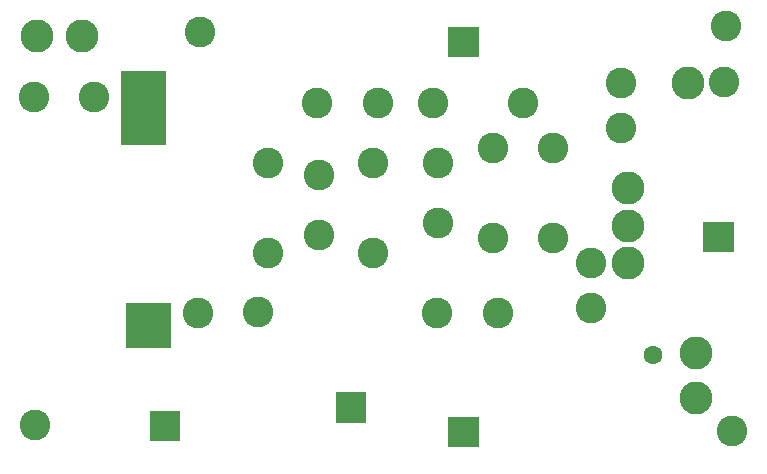
<source format=gbr>
%FSLAX34Y34*%
%MOMM*%
%LNSOLDERMASK_TOP*%
G71*
G01*
%ADD10C,2.600*%
%ADD11C,2.600*%
%ADD12C,2.800*%
%ADD13C,2.600*%
%ADD14C,2.600*%
%ADD15C,1.600*%
%LPD*%
X260050Y164900D02*
G54D10*
D03*
X260050Y203000D02*
G54D10*
D03*
X49917Y135716D02*
G54D10*
D03*
X49867Y59466D02*
G54D10*
D03*
X49917Y135716D02*
G54D11*
D03*
X-47297Y8874D02*
G54D10*
D03*
X-98278Y8761D02*
G54D10*
D03*
X4308Y74122D02*
G54D10*
D03*
X4195Y125103D02*
G54D10*
D03*
X-38983Y135716D02*
G54D10*
D03*
X-39033Y59466D02*
G54D10*
D03*
X-38983Y135716D02*
G54D11*
D03*
X104733Y8607D02*
G54D10*
D03*
X155714Y8720D02*
G54D10*
D03*
X151517Y148416D02*
G54D10*
D03*
X151467Y72166D02*
G54D10*
D03*
X151517Y148416D02*
G54D11*
D03*
X105051Y84756D02*
G54D10*
D03*
X104939Y135736D02*
G54D10*
D03*
X176908Y186442D02*
G54D10*
D03*
X100658Y186492D02*
G54D10*
D03*
X176908Y186442D02*
G54D11*
D03*
X3133Y186407D02*
G54D10*
D03*
X54114Y186520D02*
G54D10*
D03*
X266400Y114100D02*
G54D12*
D03*
X266400Y82350D02*
G54D12*
D03*
X266400Y50600D02*
G54D12*
D03*
X234650Y50600D02*
G54D10*
D03*
X234650Y12500D02*
G54D10*
D03*
X202317Y148416D02*
G54D10*
D03*
X202267Y72166D02*
G54D10*
D03*
X202317Y148416D02*
G54D11*
D03*
X105051Y84756D02*
G54D11*
D03*
X3133Y186407D02*
G54D11*
D03*
X260050Y164900D02*
G54D11*
D03*
X234650Y12500D02*
G54D11*
D03*
G36*
X-159000Y16500D02*
X-121000Y16500D01*
X-121000Y-21500D01*
X-159000Y-21500D01*
X-159000Y16500D01*
G37*
G36*
X-125265Y213595D02*
X-125265Y175595D01*
X-163265Y175595D01*
X-163265Y213595D01*
X-125265Y213595D01*
G37*
G36*
X-125265Y188195D02*
X-125265Y150195D01*
X-163265Y150195D01*
X-163265Y188195D01*
X-125265Y188195D01*
G37*
X-237110Y190844D02*
G54D10*
D03*
X-186129Y190956D02*
G54D10*
D03*
X-237110Y190844D02*
G54D11*
D03*
X-196565Y243095D02*
G54D12*
D03*
X-234665Y243095D02*
G54D12*
D03*
X323300Y-25600D02*
G54D12*
D03*
X323300Y-63700D02*
G54D12*
D03*
X323300Y-63700D02*
G54D11*
D03*
X266400Y82350D02*
G54D11*
D03*
X317200Y203000D02*
G54D12*
D03*
X347621Y204135D02*
G54D13*
D03*
X348950Y251100D02*
G54D14*
D03*
X353950Y-91800D02*
G54D14*
D03*
G36*
X113700Y250800D02*
X139700Y250800D01*
X139700Y224800D01*
X113700Y224800D01*
X113700Y250800D01*
G37*
G36*
X-138800Y-74400D02*
X-112800Y-74400D01*
X-112800Y-100400D01*
X-138800Y-100400D01*
X-138800Y-74400D01*
G37*
G36*
X114100Y-79400D02*
X140100Y-79400D01*
X140100Y-105400D01*
X114100Y-105400D01*
X114100Y-79400D01*
G37*
G36*
X329600Y85700D02*
X355600Y85700D01*
X355600Y59700D01*
X329600Y59700D01*
X329600Y85700D01*
G37*
G36*
X18485Y-58514D02*
X44485Y-58514D01*
X44485Y-84514D01*
X18485Y-84514D01*
X18485Y-58514D01*
G37*
X287200Y-27000D02*
G54D15*
D03*
X-196565Y243095D02*
G54D11*
D03*
X-96050Y246100D02*
G54D14*
D03*
X-236050Y-86800D02*
G54D14*
D03*
M02*

</source>
